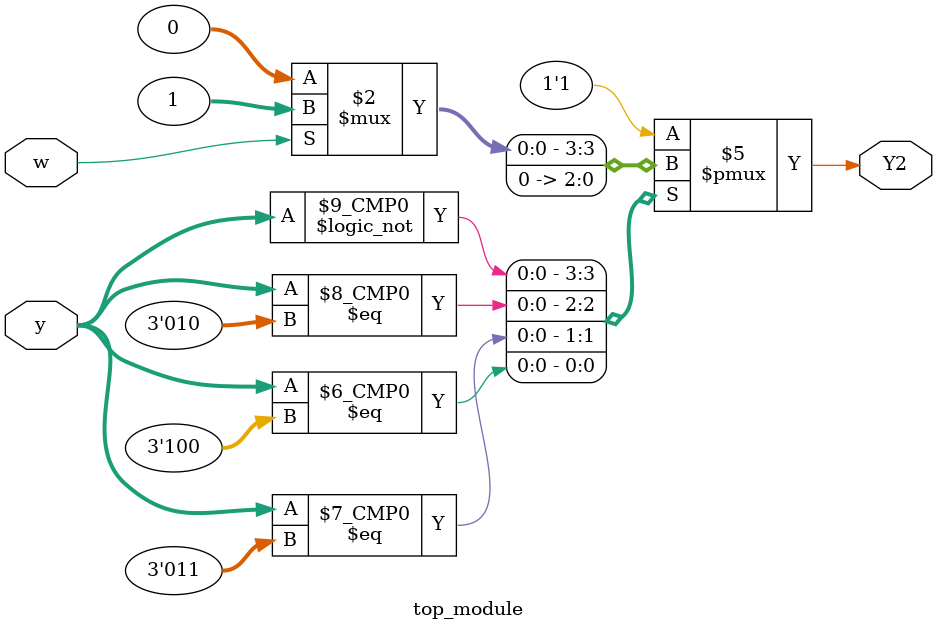
<source format=sv>
module top_module(
    input [3:1] y,
    input w,
    output reg Y2);

    always @(*) begin
        case (y)
            // Next state logic for Y2
            3'b000: Y2 = (w) ? 1 : 0;
            3'b001: Y2 = 1;
            3'b010: Y2 = 0;
            3'b011: Y2 = 0;
            3'b100: Y2 = 0;
            3'b101: Y2 = 1;
            default: Y2 = 1;
        endcase
    end

endmodule

</source>
